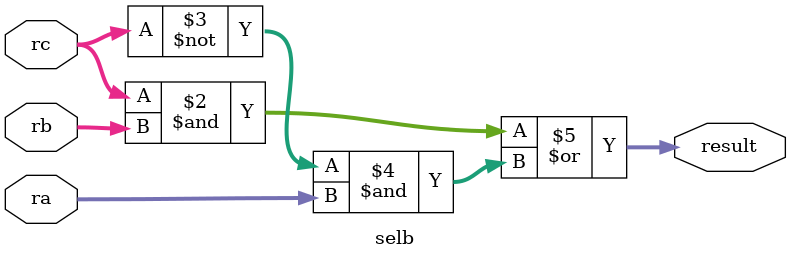
<source format=v>
module selb(
  input [0:127] ra,
  input [0:127] rb,
  input [0:127] rc,

  output [0:127] result
);

always @(*) begin
  result = (rc & rb) | (~rc & ra);
end
endmodule
</source>
